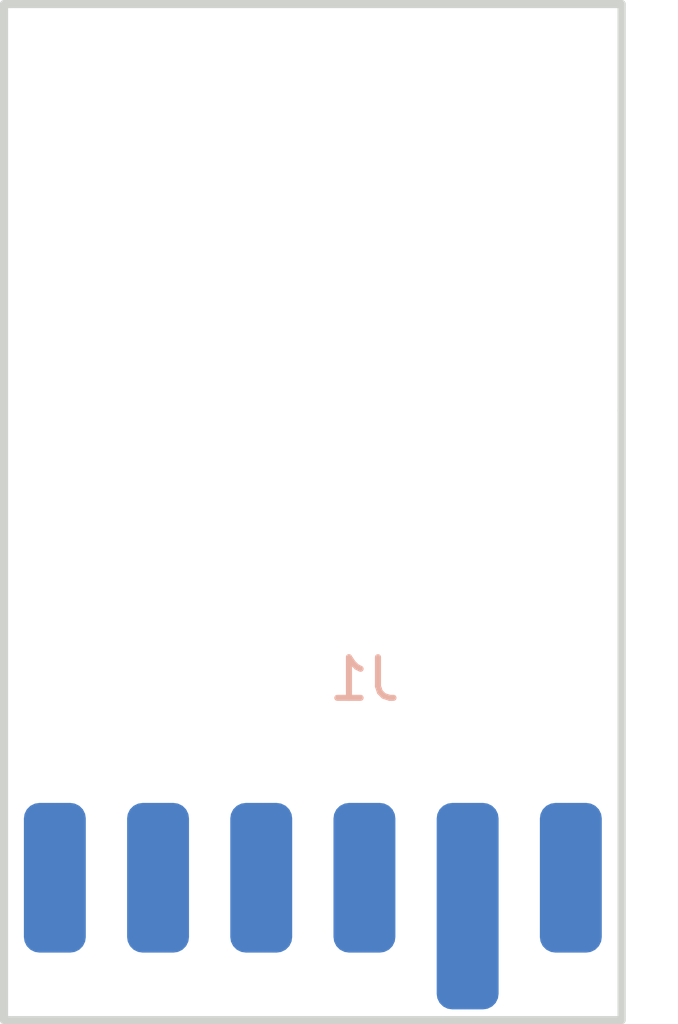
<source format=kicad_pcb>
(kicad_pcb (version 20211014) (generator pcbnew)
  (layers (0 "F.Cu" signal) (31 "B.Cu" signal) (34 "B.Paste" user) (35 "F.Paste" user) (36 "B.SilkS" user "B.Silkscreen") (37 "F.SilkS" user "F.Silkscreen") (38 "B.Mask" user) (39 "F.Mask" user) (44 "Edge.Cuts" user))
  (net 0 "")
  (footprint "70AAJ-6-M0G:ModuleConnector" (layer "B.Cu") (at 136.87 101.115 180)
    (fp_text reference "J1" (at 0 0.5 unlocked) (layer "B.SilkS") (effects (justify mirror)))
    (fp_text value "Conn_01x06_Female")
    (pad "1" smd roundrect (at -5.08 -4.3815 90) (size 3.683 1.524) (layers "B.Cu" "B.Paste" "B.Mask"))
    (pad "2" smd roundrect (at -2.54 -5.08 270) (size 5.08 1.524) (layers "B.Cu" "B.Paste" "B.Mask"))
    (pad "3" smd roundrect (at 0 -4.3815 90) (size 3.683 1.524) (layers "B.Cu" "B.Paste" "B.Mask"))
    (pad "4" smd roundrect (at 2.54 -4.3815 90) (size 3.683 1.524) (layers "B.Cu" "B.Paste" "B.Mask"))
    (pad "5" smd roundrect (at 5.08 -4.3815 90) (size 3.683 1.524) (layers "B.Cu" "B.Paste" "B.Mask"))
    (pad "6" smd roundrect (at 7.62 -4.3815 90) (size 3.683 1.524) (layers "B.Cu" "B.Paste" "B.Mask"))
  )
  (gr_line (start 143.2 94) (end 143.2 109) (layer "Edge.Cuts") (width 0.2))
  (gr_line (start 128 84) (end 143.2 84) (layer "Edge.Cuts") (width 0.2))
  (gr_line (start 128 109) (end 128 84) (layer "Edge.Cuts") (width 0.2))
  (gr_line (start 143.2 109) (end 128 109) (layer "Edge.Cuts") (width 0.2))
  (gr_line (start 143.2 84) (end 143.2 94) (layer "Edge.Cuts") (width 0.2))
)
</source>
